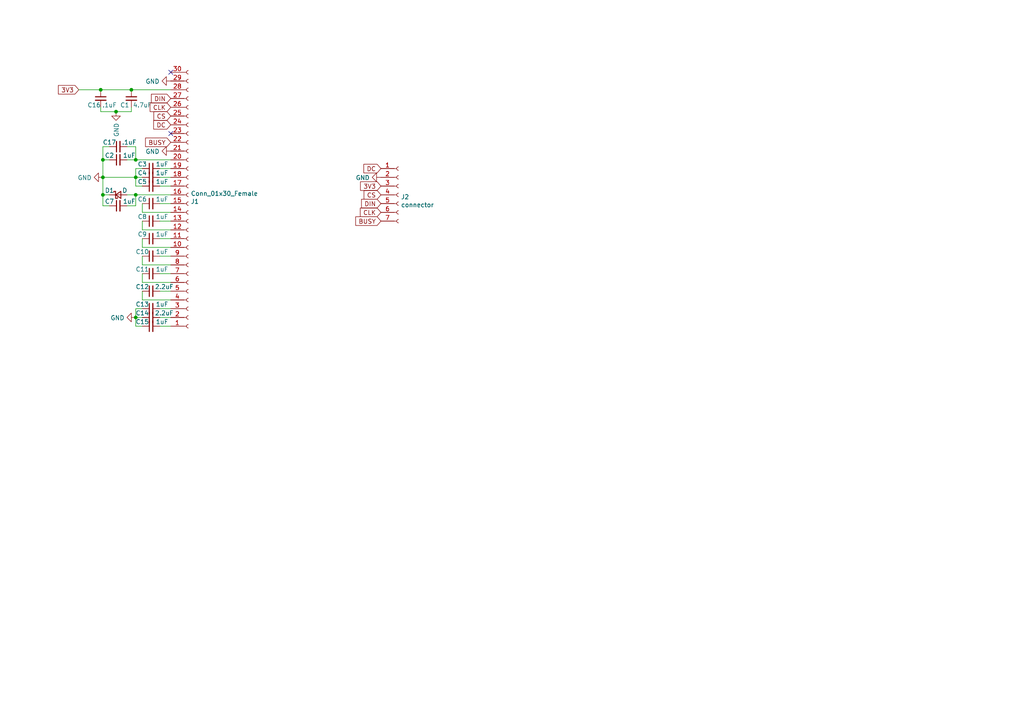
<source format=kicad_sch>
(kicad_sch (version 20211123) (generator eeschema)
  (paper "A4")
  (lib_symbols
    (symbol "Connector:Conn_01x07_Female" (pin_names (offset 1.016) hide)
      (property "Reference" "J" (at 0 10.16 0))
      (property "Value" "Conn_01x07_Female" (at 0 -10.16 0))
      (symbol "Conn_01x07_Female_1_1"
        (arc (start 0 -7.112) (mid -0.508 -7.62) (end 0 -8.128) (stroke (width 0.1524)))
        (arc (start 0 -4.572) (mid -0.508 -5.08) (end 0 -5.588) (stroke (width 0.1524)))
        (arc (start 0 -2.032) (mid -0.508 -2.54) (end 0 -3.048) (stroke (width 0.1524)))
        (polyline (pts (xy -1.27 -7.62) (xy -0.508 -7.62)) (stroke (width 0.1524)))
        (polyline (pts (xy -1.27 -5.08) (xy -0.508 -5.08)) (stroke (width 0.1524)))
        (polyline (pts (xy -1.27 -2.54) (xy -0.508 -2.54)) (stroke (width 0.1524)))
        (polyline (pts (xy -1.27 0) (xy -0.508 0)) (stroke (width 0.1524)))
        (polyline (pts (xy -1.27 2.54) (xy -0.508 2.54)) (stroke (width 0.1524)))
        (polyline (pts (xy -1.27 5.08) (xy -0.508 5.08)) (stroke (width 0.1524)))
        (polyline (pts (xy -1.27 7.62) (xy -0.508 7.62)) (stroke (width 0.1524)))
        (arc (start 0 0.508) (mid -0.508 0) (end 0 -0.508) (stroke (width 0.1524)))
        (arc (start 0 3.048) (mid -0.508 2.54) (end 0 2.032) (stroke (width 0.1524)))
        (arc (start 0 5.588) (mid -0.508 5.08) (end 0 4.572) (stroke (width 0.1524)))
        (arc (start 0 8.128) (mid -0.508 7.62) (end 0 7.112) (stroke (width 0.1524)))
        (pin passive line (at -5.08 7.62 0) (length 3.81) (name "Pin_1") (number "1"))
        (pin passive line (at -5.08 5.08 0) (length 3.81) (name "Pin_2") (number "2"))
        (pin passive line (at -5.08 2.54 0) (length 3.81) (name "Pin_3") (number "3"))
        (pin passive line (at -5.08 0 0) (length 3.81) (name "Pin_4") (number "4"))
        (pin passive line (at -5.08 -2.54 0) (length 3.81) (name "Pin_5") (number "5"))
        (pin passive line (at -5.08 -5.08 0) (length 3.81) (name "Pin_6") (number "6"))
        (pin passive line (at -5.08 -7.62 0) (length 3.81) (name "Pin_7") (number "7"))
      )
    )
    (symbol "Connector:Conn_01x30_Female" (pin_names (offset 1.016) hide)
      (property "Reference" "J" (at 0 38.1 0))
      (property "Value" "Conn_01x30_Female" (at 0 -40.64 0))
      (symbol "Conn_01x30_Female_1_1"
        (arc (start 0 -37.592) (mid -0.508 -38.1) (end 0 -38.608) (stroke (width 0.1524)))
        (arc (start 0 -35.052) (mid -0.508 -35.56) (end 0 -36.068) (stroke (width 0.1524)))
        (arc (start 0 -32.512) (mid -0.508 -33.02) (end 0 -33.528) (stroke (width 0.1524)))
        (arc (start 0 -29.972) (mid -0.508 -30.48) (end 0 -30.988) (stroke (width 0.1524)))
        (arc (start 0 -27.432) (mid -0.508 -27.94) (end 0 -28.448) (stroke (width 0.1524)))
        (arc (start 0 -24.892) (mid -0.508 -25.4) (end 0 -25.908) (stroke (width 0.1524)))
        (arc (start 0 -22.352) (mid -0.508 -22.86) (end 0 -23.368) (stroke (width 0.1524)))
        (arc (start 0 -19.812) (mid -0.508 -20.32) (end 0 -20.828) (stroke (width 0.1524)))
        (arc (start 0 -17.272) (mid -0.508 -17.78) (end 0 -18.288) (stroke (width 0.1524)))
        (arc (start 0 -14.732) (mid -0.508 -15.24) (end 0 -15.748) (stroke (width 0.1524)))
        (arc (start 0 -12.192) (mid -0.508 -12.7) (end 0 -13.208) (stroke (width 0.1524)))
        (arc (start 0 -9.652) (mid -0.508 -10.16) (end 0 -10.668) (stroke (width 0.1524)))
        (arc (start 0 -7.112) (mid -0.508 -7.62) (end 0 -8.128) (stroke (width 0.1524)))
        (arc (start 0 -4.572) (mid -0.508 -5.08) (end 0 -5.588) (stroke (width 0.1524)))
        (arc (start 0 -2.032) (mid -0.508 -2.54) (end 0 -3.048) (stroke (width 0.1524)))
        (polyline (pts (xy -1.27 -38.1) (xy -0.508 -38.1)) (stroke (width 0.1524)))
        (polyline (pts (xy -1.27 -35.56) (xy -0.508 -35.56)) (stroke (width 0.1524)))
        (polyline (pts (xy -1.27 -33.02) (xy -0.508 -33.02)) (stroke (width 0.1524)))
        (polyline (pts (xy -1.27 -30.48) (xy -0.508 -30.48)) (stroke (width 0.1524)))
        (polyline (pts (xy -1.27 -27.94) (xy -0.508 -27.94)) (stroke (width 0.1524)))
        (polyline (pts (xy -1.27 -25.4) (xy -0.508 -25.4)) (stroke (width 0.1524)))
        (polyline (pts (xy -1.27 -22.86) (xy -0.508 -22.86)) (stroke (width 0.1524)))
        (polyline (pts (xy -1.27 -20.32) (xy -0.508 -20.32)) (stroke (width 0.1524)))
        (polyline (pts (xy -1.27 -17.78) (xy -0.508 -17.78)) (stroke (width 0.1524)))
        (polyline (pts (xy -1.27 -15.24) (xy -0.508 -15.24)) (stroke (width 0.1524)))
        (polyline (pts (xy -1.27 -12.7) (xy -0.508 -12.7)) (stroke (width 0.1524)))
        (polyline (pts (xy -1.27 -10.16) (xy -0.508 -10.16)) (stroke (width 0.1524)))
        (polyline (pts (xy -1.27 -7.62) (xy -0.508 -7.62)) (stroke (width 0.1524)))
        (polyline (pts (xy -1.27 -5.08) (xy -0.508 -5.08)) (stroke (width 0.1524)))
        (polyline (pts (xy -1.27 -2.54) (xy -0.508 -2.54)) (stroke (width 0.1524)))
        (polyline (pts (xy -1.27 0) (xy -0.508 0)) (stroke (width 0.1524)))
        (polyline (pts (xy -1.27 2.54) (xy -0.508 2.54)) (stroke (width 0.1524)))
        (polyline (pts (xy -1.27 5.08) (xy -0.508 5.08)) (stroke (width 0.1524)))
        (polyline (pts (xy -1.27 7.62) (xy -0.508 7.62)) (stroke (width 0.1524)))
        (polyline (pts (xy -1.27 10.16) (xy -0.508 10.16)) (stroke (width 0.1524)))
        (polyline (pts (xy -1.27 12.7) (xy -0.508 12.7)) (stroke (width 0.1524)))
        (polyline (pts (xy -1.27 15.24) (xy -0.508 15.24)) (stroke (width 0.1524)))
        (polyline (pts (xy -1.27 17.78) (xy -0.508 17.78)) (stroke (width 0.1524)))
        (polyline (pts (xy -1.27 20.32) (xy -0.508 20.32)) (stroke (width 0.1524)))
        (polyline (pts (xy -1.27 22.86) (xy -0.508 22.86)) (stroke (width 0.1524)))
        (polyline (pts (xy -1.27 25.4) (xy -0.508 25.4)) (stroke (width 0.1524)))
        (polyline (pts (xy -1.27 27.94) (xy -0.508 27.94)) (stroke (width 0.1524)))
        (polyline (pts (xy -1.27 30.48) (xy -0.508 30.48)) (stroke (width 0.1524)))
        (polyline (pts (xy -1.27 33.02) (xy -0.508 33.02)) (stroke (width 0.1524)))
        (polyline (pts (xy -1.27 35.56) (xy -0.508 35.56)) (stroke (width 0.1524)))
        (arc (start 0 0.508) (mid -0.508 0) (end 0 -0.508) (stroke (width 0.1524)))
        (arc (start 0 3.048) (mid -0.508 2.54) (end 0 2.032) (stroke (width 0.1524)))
        (arc (start 0 5.588) (mid -0.508 5.08) (end 0 4.572) (stroke (width 0.1524)))
        (arc (start 0 8.128) (mid -0.508 7.62) (end 0 7.112) (stroke (width 0.1524)))
        (arc (start 0 10.668) (mid -0.508 10.16) (end 0 9.652) (stroke (width 0.1524)))
        (arc (start 0 13.208) (mid -0.508 12.7) (end 0 12.192) (stroke (width 0.1524)))
        (arc (start 0 15.748) (mid -0.508 15.24) (end 0 14.732) (stroke (width 0.1524)))
        (arc (start 0 18.288) (mid -0.508 17.78) (end 0 17.272) (stroke (width 0.1524)))
        (arc (start 0 20.828) (mid -0.508 20.32) (end 0 19.812) (stroke (width 0.1524)))
        (arc (start 0 23.368) (mid -0.508 22.86) (end 0 22.352) (stroke (width 0.1524)))
        (arc (start 0 25.908) (mid -0.508 25.4) (end 0 24.892) (stroke (width 0.1524)))
        (arc (start 0 28.448) (mid -0.508 27.94) (end 0 27.432) (stroke (width 0.1524)))
        (arc (start 0 30.988) (mid -0.508 30.48) (end 0 29.972) (stroke (width 0.1524)))
        (arc (start 0 33.528) (mid -0.508 33.02) (end 0 32.512) (stroke (width 0.1524)))
        (arc (start 0 36.068) (mid -0.508 35.56) (end 0 35.052) (stroke (width 0.1524)))
        (pin passive line (at -5.08 35.56 0) (length 3.81) (name "Pin_1") (number "1"))
        (pin passive line (at -5.08 12.7 0) (length 3.81) (name "Pin_10") (number "10"))
        (pin passive line (at -5.08 10.16 0) (length 3.81) (name "Pin_11") (number "11"))
        (pin passive line (at -5.08 7.62 0) (length 3.81) (name "Pin_12") (number "12"))
        (pin passive line (at -5.08 5.08 0) (length 3.81) (name "Pin_13") (number "13"))
        (pin passive line (at -5.08 2.54 0) (length 3.81) (name "Pin_14") (number "14"))
        (pin passive line (at -5.08 0 0) (length 3.81) (name "Pin_15") (number "15"))
        (pin passive line (at -5.08 -2.54 0) (length 3.81) (name "Pin_16") (number "16"))
        (pin passive line (at -5.08 -5.08 0) (length 3.81) (name "Pin_17") (number "17"))
        (pin passive line (at -5.08 -7.62 0) (length 3.81) (name "Pin_18") (number "18"))
        (pin passive line (at -5.08 -10.16 0) (length 3.81) (name "Pin_19") (number "19"))
        (pin passive line (at -5.08 33.02 0) (length 3.81) (name "Pin_2") (number "2"))
        (pin passive line (at -5.08 -12.7 0) (length 3.81) (name "Pin_20") (number "20"))
        (pin passive line (at -5.08 -15.24 0) (length 3.81) (name "Pin_21") (number "21"))
        (pin passive line (at -5.08 -17.78 0) (length 3.81) (name "Pin_22") (number "22"))
        (pin passive line (at -5.08 -20.32 0) (length 3.81) (name "Pin_23") (number "23"))
        (pin passive line (at -5.08 -22.86 0) (length 3.81) (name "Pin_24") (number "24"))
        (pin passive line (at -5.08 -25.4 0) (length 3.81) (name "Pin_25") (number "25"))
        (pin passive line (at -5.08 -27.94 0) (length 3.81) (name "Pin_26") (number "26"))
        (pin passive line (at -5.08 -30.48 0) (length 3.81) (name "Pin_27") (number "27"))
        (pin passive line (at -5.08 -33.02 0) (length 3.81) (name "Pin_28") (number "28"))
        (pin passive line (at -5.08 -35.56 0) (length 3.81) (name "Pin_29") (number "29"))
        (pin passive line (at -5.08 30.48 0) (length 3.81) (name "Pin_3") (number "3"))
        (pin passive line (at -5.08 -38.1 0) (length 3.81) (name "Pin_30") (number "30"))
        (pin passive line (at -5.08 27.94 0) (length 3.81) (name "Pin_4") (number "4"))
        (pin passive line (at -5.08 25.4 0) (length 3.81) (name "Pin_5") (number "5"))
        (pin passive line (at -5.08 22.86 0) (length 3.81) (name "Pin_6") (number "6"))
        (pin passive line (at -5.08 20.32 0) (length 3.81) (name "Pin_7") (number "7"))
        (pin passive line (at -5.08 17.78 0) (length 3.81) (name "Pin_8") (number "8"))
        (pin passive line (at -5.08 15.24 0) (length 3.81) (name "Pin_9") (number "9"))
      )
    )
    (symbol "Device:C_Small" (pin_numbers hide) (pin_names (offset 0.254) hide)
      (property "Reference" "C" (at 0.254 1.778 0))
      (property "Value" "C_Small" (at 0.254 -2.032 0))
      (symbol "C_Small_0_1"
        (polyline (pts (xy -1.524 -0.508) (xy 1.524 -0.508)) (stroke (width 0.3302)))
        (polyline (pts (xy -1.524 0.508) (xy 1.524 0.508)) (stroke (width 0.3048)))
      )
      (symbol "C_Small_1_1"
        (pin passive line (at 0 2.54 270) (length 2.032) (name "~") (number "1"))
        (pin passive line (at 0 -2.54 90) (length 2.032) (name "~") (number "2"))
      )
    )
    (symbol "Device:D_Schottky_Small" (pin_numbers hide) (pin_names (offset 0.254) hide)
      (property "Reference" "D" (at -1.27 2.032 0))
      (property "Value" "D_Schottky_Small" (at -7.112 -2.032 0))
      (symbol "D_Schottky_Small_0_1"
        (polyline (pts (xy -0.762 0) (xy 0.762 0)))
        (polyline (pts (xy 0.762 -1.016) (xy -0.762 0) (xy 0.762 1.016) (xy 0.762 -1.016)) (stroke (width 0.254)))
        (polyline (pts (xy -1.27 0.762) (xy -1.27 1.016) (xy -0.762 1.016) (xy -0.762 -1.016) (xy -0.254 -1.016) (xy -0.254 -0.762)) (stroke (width 0.254)))
      )
      (symbol "D_Schottky_Small_1_1"
        (pin passive line (at -2.54 0 0) (length 1.778) (name "K") (number "1"))
        (pin passive line (at 2.54 0 180) (length 1.778) (name "A") (number "2"))
      )
    )
    (symbol "power:GND" (power) (pin_names (offset 0))
      (property "Value" "GND" (at 0 -3.81 0))
      (symbol "GND_0_1"
        (polyline (pts (xy 0 0) (xy 0 -1.27) (xy 1.27 -1.27) (xy 0 -2.54) (xy -1.27 -1.27) (xy 0 -1.27)))
      )
      (symbol "GND_1_1"
        (pin power_in line (at 0 0 270) (length 0) hide (name "GND") (number "1"))
      )
    )
  )
  (junction (at 39.37 56.515))
  (junction (at 29.21 26.035))
  (junction (at 39.37 92.075))
  (junction (at 33.655 32.385))
  (junction (at 38.1 26.035))
  (junction (at 29.845 51.435))
  (junction (at 29.845 46.355))
  (junction (at 39.37 46.355))
  (junction (at 39.37 51.435))
  (junction (at 29.845 56.515))
  (no_connect (at 49.53 20.955))
  (no_connect (at 49.53 38.735))
  (wire (pts (xy 39.37 53.975) (xy 41.275 53.975)))
  (wire (pts (xy 49.53 56.515) (xy 39.37 56.515)))
  (wire (pts (xy 39.37 42.545) (xy 39.37 46.355)))
  (wire (pts (xy 41.275 81.915) (xy 49.53 81.915)))
  (wire (pts (xy 49.53 48.895) (xy 46.355 48.895)))
  (wire (pts (xy 41.275 59.055) (xy 41.275 61.595)))
  (wire (pts (xy 41.275 51.435) (xy 39.37 51.435)))
  (wire (pts (xy 41.275 84.455) (xy 41.275 86.995)))
  (wire (pts (xy 22.86 26.035) (xy 29.21 26.035)))
  (wire (pts (xy 41.275 86.995) (xy 49.53 86.995)))
  (wire (pts (xy 39.37 94.615) (xy 39.37 92.075)))
  (wire (pts (xy 39.37 48.895) (xy 39.37 51.435)))
  (wire (pts (xy 29.21 32.385) (xy 33.655 32.385)))
  (wire (pts (xy 39.37 59.69) (xy 39.37 56.515)))
  (wire (pts (xy 36.83 59.69) (xy 39.37 59.69)))
  (wire (pts (xy 29.845 51.435) (xy 29.845 56.515)))
  (wire (pts (xy 49.53 64.135) (xy 46.355 64.135)))
  (wire (pts (xy 41.275 74.295) (xy 41.275 76.835)))
  (wire (pts (xy 49.53 59.055) (xy 46.355 59.055)))
  (wire (pts (xy 31.75 59.69) (xy 29.845 59.69)))
  (wire (pts (xy 41.275 64.135) (xy 41.275 66.675)))
  (wire (pts (xy 39.37 92.075) (xy 39.37 89.535)))
  (wire (pts (xy 33.655 32.385) (xy 38.1 32.385)))
  (wire (pts (xy 39.37 46.355) (xy 49.53 46.355)))
  (wire (pts (xy 31.75 42.545) (xy 29.845 42.545)))
  (wire (pts (xy 39.37 51.435) (xy 39.37 53.975)))
  (wire (pts (xy 41.275 94.615) (xy 39.37 94.615)))
  (wire (pts (xy 39.37 51.435) (xy 29.845 51.435)))
  (wire (pts (xy 41.275 79.375) (xy 41.275 81.915)))
  (wire (pts (xy 36.83 46.355) (xy 39.37 46.355)))
  (wire (pts (xy 46.355 53.975) (xy 49.53 53.975)))
  (wire (pts (xy 38.1 26.035) (xy 49.53 26.035)))
  (wire (pts (xy 49.53 51.435) (xy 46.355 51.435)))
  (wire (pts (xy 49.53 92.075) (xy 46.355 92.075)))
  (wire (pts (xy 41.275 76.835) (xy 49.53 76.835)))
  (wire (pts (xy 49.53 69.215) (xy 46.355 69.215)))
  (wire (pts (xy 49.53 74.295) (xy 46.355 74.295)))
  (wire (pts (xy 41.275 48.895) (xy 39.37 48.895)))
  (wire (pts (xy 41.275 61.595) (xy 49.53 61.595)))
  (wire (pts (xy 36.83 42.545) (xy 39.37 42.545)))
  (wire (pts (xy 29.845 42.545) (xy 29.845 46.355)))
  (wire (pts (xy 41.275 69.215) (xy 41.275 71.755)))
  (wire (pts (xy 29.21 31.115) (xy 29.21 32.385)))
  (wire (pts (xy 49.53 89.535) (xy 46.355 89.535)))
  (wire (pts (xy 29.845 56.515) (xy 31.75 56.515)))
  (wire (pts (xy 29.845 46.355) (xy 29.845 51.435)))
  (wire (pts (xy 41.275 92.075) (xy 39.37 92.075)))
  (wire (pts (xy 38.1 32.385) (xy 38.1 31.115)))
  (wire (pts (xy 49.53 79.375) (xy 46.355 79.375)))
  (wire (pts (xy 49.53 84.455) (xy 46.355 84.455)))
  (wire (pts (xy 29.21 26.035) (xy 38.1 26.035)))
  (wire (pts (xy 49.53 94.615) (xy 46.355 94.615)))
  (wire (pts (xy 31.75 46.355) (xy 29.845 46.355)))
  (wire (pts (xy 39.37 89.535) (xy 41.275 89.535)))
  (wire (pts (xy 41.275 71.755) (xy 49.53 71.755)))
  (wire (pts (xy 39.37 56.515) (xy 36.83 56.515)))
  (wire (pts (xy 29.845 59.69) (xy 29.845 56.515)))
  (wire (pts (xy 41.275 66.675) (xy 49.53 66.675)))
  (global_label "3V3" (shape input) (at 110.49 53.975 180) (property "Intersheet References" "${INTERSHEET_REFS}" (effects hide)))
  (global_label "BUSY" (shape input) (at 49.53 41.275 180) (property "Intersheet References" "${INTERSHEET_REFS}" (effects hide)))
  (global_label "DIN" (shape input) (at 110.49 59.055 180) (property "Intersheet References" "${INTERSHEET_REFS}" (effects hide)))
  (global_label "DC" (shape input) (at 49.53 36.195 180) (property "Intersheet References" "${INTERSHEET_REFS}" (effects hide)))
  (global_label "3V3" (shape input) (at 22.86 26.035 180) (property "Intersheet References" "${INTERSHEET_REFS}" (effects hide)))
  (global_label "DC" (shape input) (at 110.49 48.895 180) (property "Intersheet References" "${INTERSHEET_REFS}" (effects hide)))
  (global_label "DIN" (shape input) (at 49.53 28.575 180) (property "Intersheet References" "${INTERSHEET_REFS}" (effects hide)))
  (global_label "CS" (shape input) (at 110.49 56.515 180) (property "Intersheet References" "${INTERSHEET_REFS}" (effects hide)))
  (global_label "CS" (shape input) (at 49.53 33.655 180) (property "Intersheet References" "${INTERSHEET_REFS}" (effects hide)))
  (global_label "BUSY" (shape input) (at 110.49 64.135 180) (property "Intersheet References" "${INTERSHEET_REFS}" (effects hide)))
  (global_label "CLK" (shape input) (at 49.53 31.115 180) (property "Intersheet References" "${INTERSHEET_REFS}" (effects hide)))
  (global_label "CLK" (shape input) (at 110.49 61.595 180) (property "Intersheet References" "${INTERSHEET_REFS}" (effects hide)))
  (symbol (lib_id "Connector:Conn_01x30_Female") (at 54.61 59.055 0) (mirror x) (unit 1)
    (property "Reference" "J1" (at 55.3212 58.4454 0) (effects (justify left)))
    (property "Value" "Conn_01x30_Female" (at 55.3212 56.134 0) (effects (justify left)))
    (property "Footprint" "Connector_FFC-FPC:Hirose_FH12-30S-0.5SH_1x30-1MP_P0.50mm_Horizontal" (effects hide))
    (property "LCSC" "C262294" (effects hide))
  )
  (symbol (lib_id "power:GND") (at 49.53 43.815 270) (unit 1)
    (property "Reference" "#PWR03" (effects hide))
    (property "Value" "GND" (at 46.2788 43.942 90) (effects (justify right)))
  )
  (symbol (lib_id "power:GND") (at 49.53 23.495 270) (unit 1)
    (property "Reference" "#PWR01" (effects hide))
    (property "Value" "GND" (at 46.2788 23.622 90) (effects (justify right)))
  )
  (symbol (lib_id "Device:C_Small") (at 43.815 48.895 90) (unit 1)
    (property "Reference" "C3" (at 41.275 47.625 90))
    (property "Value" "1uF" (at 46.99 47.625 90))
    (property "Footprint" "Capacitor_SMD:C_0402_1005Metric" (effects hide))
    (property "LCSC" "C52923" (effects hide))
  )
  (symbol (lib_id "Device:C_Small") (at 43.815 51.435 90) (unit 1)
    (property "Reference" "C4" (at 41.275 50.165 90))
    (property "Value" "1uF" (at 46.99 50.165 90))
    (property "Footprint" "Capacitor_SMD:C_0402_1005Metric" (effects hide))
    (property "LCSC" "C52923" (effects hide))
  )
  (symbol (lib_id "Device:C_Small") (at 43.815 53.975 90) (unit 1)
    (property "Reference" "C5" (at 41.275 52.705 90))
    (property "Value" "1uF" (at 46.99 52.705 90))
    (property "Footprint" "Capacitor_SMD:C_0402_1005Metric" (effects hide))
    (property "LCSC" "C52923" (effects hide))
  )
  (symbol (lib_id "Device:C_Small") (at 43.815 59.055 90) (unit 1)
    (property "Reference" "C6" (at 41.275 57.785 90))
    (property "Value" "1uF" (at 46.99 57.785 90))
    (property "Footprint" "Capacitor_SMD:C_0402_1005Metric" (effects hide))
    (property "LCSC" "C52923" (effects hide))
  )
  (symbol (lib_id "Device:C_Small") (at 43.815 64.135 90) (unit 1)
    (property "Reference" "C8" (at 41.275 62.865 90))
    (property "Value" "1uF" (at 46.99 62.865 90))
    (property "Footprint" "Capacitor_SMD:C_0402_1005Metric" (effects hide))
    (property "LCSC" "C52923" (effects hide))
  )
  (symbol (lib_id "Device:C_Small") (at 43.815 69.215 90) (unit 1)
    (property "Reference" "C9" (at 41.275 67.945 90))
    (property "Value" "1uF" (at 46.99 67.945 90))
    (property "Footprint" "Capacitor_SMD:C_0402_1005Metric" (effects hide))
    (property "LCSC" "C52923" (effects hide))
  )
  (symbol (lib_id "Device:C_Small") (at 43.815 74.295 90) (unit 1)
    (property "Reference" "C10" (at 41.275 73.025 90))
    (property "Value" "1uF" (at 46.99 73.025 90))
    (property "Footprint" "Capacitor_SMD:C_0402_1005Metric" (effects hide))
    (property "LCSC" "C52923" (effects hide))
  )
  (symbol (lib_id "Device:C_Small") (at 43.815 79.375 90) (unit 1)
    (property "Reference" "C11" (at 41.275 78.105 90))
    (property "Value" "1uF" (at 46.99 78.105 90))
    (property "Footprint" "Capacitor_SMD:C_0402_1005Metric" (effects hide))
    (property "LCSC" "C52923" (effects hide))
  )
  (symbol (lib_id "Device:C_Small") (at 43.815 84.455 90) (unit 1)
    (property "Reference" "C12" (at 41.275 83.185 90))
    (property "Value" "2.2uF" (at 47.625 83.185 90))
    (property "Footprint" "Capacitor_SMD:C_0603_1608Metric" (effects hide))
    (property "LCSC" "C23630" (effects hide))
  )
  (symbol (lib_id "Device:C_Small") (at 43.815 89.535 90) (unit 1)
    (property "Reference" "C13" (at 41.275 88.265 90))
    (property "Value" "1uF" (at 46.99 88.265 90))
    (property "Footprint" "Capacitor_SMD:C_0402_1005Metric" (effects hide))
    (property "LCSC" "C52923" (effects hide))
  )
  (symbol (lib_id "Device:C_Small") (at 43.815 92.075 90) (unit 1)
    (property "Reference" "C14" (at 41.275 90.805 90))
    (property "Value" "2.2uF" (at 47.625 90.805 90))
    (property "Footprint" "Capacitor_SMD:C_0603_1608Metric" (effects hide))
    (property "LCSC" "C23630" (effects hide))
  )
  (symbol (lib_id "Device:C_Small") (at 43.815 94.615 90) (unit 1)
    (property "Reference" "C15" (at 41.275 93.345 90))
    (property "Value" "1uF" (at 46.99 93.345 90))
    (property "Footprint" "Capacitor_SMD:C_0402_1005Metric" (effects hide))
    (property "LCSC" "C52923" (effects hide))
  )
  (symbol (lib_id "Device:C_Small") (at 38.1 28.575 0) (unit 1)
    (property "Reference" "C1" (at 36.195 30.48 0))
    (property "Value" "4.7uF" (at 41.275 30.48 0))
    (property "Footprint" "Capacitor_SMD:C_0402_1005Metric" (effects hide))
    (property "LCSC" "C23733" (effects hide))
  )
  (symbol (lib_id "power:GND") (at 33.655 32.385 0) (unit 1)
    (property "Reference" "#PWR02" (effects hide))
    (property "Value" "GND" (at 33.782 35.6362 90) (effects (justify right)))
  )
  (symbol (lib_id "Device:C_Small") (at 34.29 46.355 90) (unit 1)
    (property "Reference" "C2" (at 31.75 45.085 90))
    (property "Value" "1uF" (at 37.465 45.085 90))
    (property "Footprint" "Capacitor_SMD:C_0402_1005Metric" (effects hide))
    (property "LCSC" "C52923" (effects hide))
  )
  (symbol (lib_id "Device:D_Schottky_Small") (at 34.29 56.515 0) (unit 1)
    (property "Reference" "D1" (at 31.75 55.245 0))
    (property "Value" "D" (at 36.195 55.245 0))
    (property "Footprint" "Diode_SMD:D_SOD-123" (effects hide))
    (property "LCSC" "C8598" (effects hide))
  )
  (symbol (lib_id "Device:C_Small") (at 34.29 59.69 90) (unit 1)
    (property "Reference" "C7" (at 31.75 58.42 90))
    (property "Value" "1uF" (at 37.465 58.42 90))
    (property "Footprint" "Capacitor_SMD:C_0402_1005Metric" (effects hide))
    (property "LCSC" "C52923" (effects hide))
  )
  (symbol (lib_id "power:GND") (at 29.845 51.435 270) (unit 1)
    (property "Reference" "#PWR04" (effects hide))
    (property "Value" "GND" (at 26.5938 51.562 90) (effects (justify right)))
  )
  (symbol (lib_id "power:GND") (at 39.37 92.075 270) (unit 1)
    (property "Reference" "#PWR05" (effects hide))
    (property "Value" "GND" (at 36.1188 92.202 90) (effects (justify right)))
  )
  (symbol (lib_id "Connector:Conn_01x07_Female") (at 115.57 56.515 0) (unit 1)
    (property "Reference" "J2" (at 116.2812 57.1246 0) (effects (justify left)))
    (property "Value" "connector" (at 116.2812 59.436 0) (effects (justify left)))
    (property "Footprint" "Connector_PinHeader_2.54mm:PinHeader_1x07_P2.54mm_Vertical" (effects hide))
  )
  (symbol (lib_id "power:GND") (at 110.49 51.435 270) (unit 1)
    (property "Reference" "#PWR06" (effects hide))
    (property "Value" "GND" (at 107.2388 51.562 90) (effects (justify right)))
  )
  (symbol (lib_id "Device:C_Small") (at 29.21 28.575 0) (unit 1)
    (property "Reference" "C16" (at 27.305 30.48 0))
    (property "Value" ".1uF" (at 31.75 30.48 0))
    (property "Footprint" "Capacitor_SMD:C_0402_1005Metric" (effects hide))
    (property "LCSC" "C1525" (effects hide))
  )
  (symbol (lib_id "Device:C_Small") (at 34.29 42.545 90) (unit 1)
    (property "Reference" "C17" (at 31.75 41.275 90))
    (property "Value" ".1uF" (at 37.465 41.275 90))
    (property "Footprint" "Capacitor_SMD:C_0402_1005Metric" (effects hide))
    (property "LCSC" "C1525" (effects hide))
  )
)
</source>
